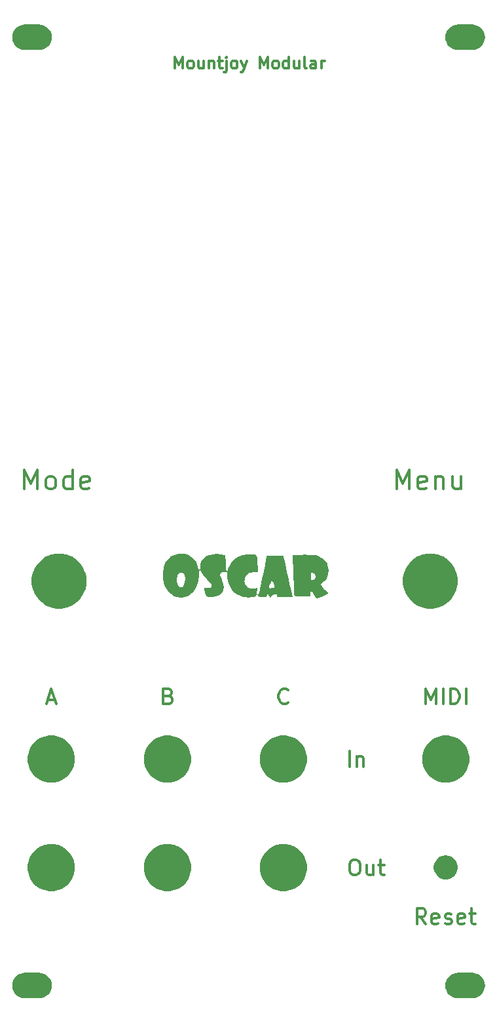
<source format=gbr>
G04 #@! TF.GenerationSoftware,KiCad,Pcbnew,(5.1.4)-1*
G04 #@! TF.CreationDate,2019-09-13T09:02:02+01:00*
G04 #@! TF.ProjectId,oscar_panel,6f736361-725f-4706-916e-656c2e6b6963,rev?*
G04 #@! TF.SameCoordinates,Original*
G04 #@! TF.FileFunction,Soldermask,Top*
G04 #@! TF.FilePolarity,Negative*
%FSLAX46Y46*%
G04 Gerber Fmt 4.6, Leading zero omitted, Abs format (unit mm)*
G04 Created by KiCad (PCBNEW (5.1.4)-1) date 2019-09-13 09:02:02*
%MOMM*%
%LPD*%
G04 APERTURE LIST*
%ADD10C,0.300000*%
%ADD11C,0.100000*%
G04 APERTURE END LIST*
D10*
X173571190Y-138004761D02*
X173571190Y-136004761D01*
X174523571Y-136671428D02*
X174523571Y-138004761D01*
X174523571Y-136861904D02*
X174618809Y-136766666D01*
X174809285Y-136671428D01*
X175095000Y-136671428D01*
X175285476Y-136766666D01*
X175380714Y-136957142D01*
X175380714Y-138004761D01*
X174052142Y-150004761D02*
X174433095Y-150004761D01*
X174623571Y-150100000D01*
X174814047Y-150290476D01*
X174909285Y-150671428D01*
X174909285Y-151338095D01*
X174814047Y-151719047D01*
X174623571Y-151909523D01*
X174433095Y-152004761D01*
X174052142Y-152004761D01*
X173861666Y-151909523D01*
X173671190Y-151719047D01*
X173575952Y-151338095D01*
X173575952Y-150671428D01*
X173671190Y-150290476D01*
X173861666Y-150100000D01*
X174052142Y-150004761D01*
X176623571Y-150671428D02*
X176623571Y-152004761D01*
X175766428Y-150671428D02*
X175766428Y-151719047D01*
X175861666Y-151909523D01*
X176052142Y-152004761D01*
X176337857Y-152004761D01*
X176528333Y-151909523D01*
X176623571Y-151814285D01*
X177290238Y-150671428D02*
X178052142Y-150671428D01*
X177575952Y-150004761D02*
X177575952Y-151719047D01*
X177671190Y-151909523D01*
X177861666Y-152004761D01*
X178052142Y-152004761D01*
X165619047Y-129714285D02*
X165523809Y-129809523D01*
X165238095Y-129904761D01*
X165047619Y-129904761D01*
X164761904Y-129809523D01*
X164571428Y-129619047D01*
X164476190Y-129428571D01*
X164380952Y-129047619D01*
X164380952Y-128761904D01*
X164476190Y-128380952D01*
X164571428Y-128190476D01*
X164761904Y-128000000D01*
X165047619Y-127904761D01*
X165238095Y-127904761D01*
X165523809Y-128000000D01*
X165619047Y-128095238D01*
X150142857Y-128857142D02*
X150428571Y-128952380D01*
X150523809Y-129047619D01*
X150619047Y-129238095D01*
X150619047Y-129523809D01*
X150523809Y-129714285D01*
X150428571Y-129809523D01*
X150238095Y-129904761D01*
X149476190Y-129904761D01*
X149476190Y-127904761D01*
X150142857Y-127904761D01*
X150333333Y-128000000D01*
X150428571Y-128095238D01*
X150523809Y-128285714D01*
X150523809Y-128476190D01*
X150428571Y-128666666D01*
X150333333Y-128761904D01*
X150142857Y-128857142D01*
X149476190Y-128857142D01*
X134523809Y-129333333D02*
X135476190Y-129333333D01*
X134333333Y-129904761D02*
X135000000Y-127904761D01*
X135666666Y-129904761D01*
X183423809Y-158304761D02*
X182757142Y-157352380D01*
X182280952Y-158304761D02*
X182280952Y-156304761D01*
X183042857Y-156304761D01*
X183233333Y-156400000D01*
X183328571Y-156495238D01*
X183423809Y-156685714D01*
X183423809Y-156971428D01*
X183328571Y-157161904D01*
X183233333Y-157257142D01*
X183042857Y-157352380D01*
X182280952Y-157352380D01*
X185042857Y-158209523D02*
X184852380Y-158304761D01*
X184471428Y-158304761D01*
X184280952Y-158209523D01*
X184185714Y-158019047D01*
X184185714Y-157257142D01*
X184280952Y-157066666D01*
X184471428Y-156971428D01*
X184852380Y-156971428D01*
X185042857Y-157066666D01*
X185138095Y-157257142D01*
X185138095Y-157447619D01*
X184185714Y-157638095D01*
X185900000Y-158209523D02*
X186090476Y-158304761D01*
X186471428Y-158304761D01*
X186661904Y-158209523D01*
X186757142Y-158019047D01*
X186757142Y-157923809D01*
X186661904Y-157733333D01*
X186471428Y-157638095D01*
X186185714Y-157638095D01*
X185995238Y-157542857D01*
X185900000Y-157352380D01*
X185900000Y-157257142D01*
X185995238Y-157066666D01*
X186185714Y-156971428D01*
X186471428Y-156971428D01*
X186661904Y-157066666D01*
X188376190Y-158209523D02*
X188185714Y-158304761D01*
X187804761Y-158304761D01*
X187614285Y-158209523D01*
X187519047Y-158019047D01*
X187519047Y-157257142D01*
X187614285Y-157066666D01*
X187804761Y-156971428D01*
X188185714Y-156971428D01*
X188376190Y-157066666D01*
X188471428Y-157257142D01*
X188471428Y-157447619D01*
X187519047Y-157638095D01*
X189042857Y-156971428D02*
X189804761Y-156971428D01*
X189328571Y-156304761D02*
X189328571Y-158019047D01*
X189423809Y-158209523D01*
X189614285Y-158304761D01*
X189804761Y-158304761D01*
X183380952Y-129904761D02*
X183380952Y-127904761D01*
X184047619Y-129333333D01*
X184714285Y-127904761D01*
X184714285Y-129904761D01*
X185666666Y-129904761D02*
X185666666Y-127904761D01*
X186619047Y-129904761D02*
X186619047Y-127904761D01*
X187095238Y-127904761D01*
X187380952Y-128000000D01*
X187571428Y-128190476D01*
X187666666Y-128380952D01*
X187761904Y-128761904D01*
X187761904Y-129047619D01*
X187666666Y-129428571D01*
X187571428Y-129619047D01*
X187380952Y-129809523D01*
X187095238Y-129904761D01*
X186619047Y-129904761D01*
X188619047Y-129904761D02*
X188619047Y-127904761D01*
X179633333Y-102130952D02*
X179633333Y-99630952D01*
X180466666Y-101416666D01*
X181300000Y-99630952D01*
X181300000Y-102130952D01*
X183442857Y-102011904D02*
X183204761Y-102130952D01*
X182728571Y-102130952D01*
X182490476Y-102011904D01*
X182371428Y-101773809D01*
X182371428Y-100821428D01*
X182490476Y-100583333D01*
X182728571Y-100464285D01*
X183204761Y-100464285D01*
X183442857Y-100583333D01*
X183561904Y-100821428D01*
X183561904Y-101059523D01*
X182371428Y-101297619D01*
X184633333Y-100464285D02*
X184633333Y-102130952D01*
X184633333Y-100702380D02*
X184752380Y-100583333D01*
X184990476Y-100464285D01*
X185347619Y-100464285D01*
X185585714Y-100583333D01*
X185704761Y-100821428D01*
X185704761Y-102130952D01*
X187966666Y-100464285D02*
X187966666Y-102130952D01*
X186895238Y-100464285D02*
X186895238Y-101773809D01*
X187014285Y-102011904D01*
X187252380Y-102130952D01*
X187609523Y-102130952D01*
X187847619Y-102011904D01*
X187966666Y-101892857D01*
X131533333Y-102130952D02*
X131533333Y-99630952D01*
X132366666Y-101416666D01*
X133200000Y-99630952D01*
X133200000Y-102130952D01*
X134747619Y-102130952D02*
X134509523Y-102011904D01*
X134390476Y-101892857D01*
X134271428Y-101654761D01*
X134271428Y-100940476D01*
X134390476Y-100702380D01*
X134509523Y-100583333D01*
X134747619Y-100464285D01*
X135104761Y-100464285D01*
X135342857Y-100583333D01*
X135461904Y-100702380D01*
X135580952Y-100940476D01*
X135580952Y-101654761D01*
X135461904Y-101892857D01*
X135342857Y-102011904D01*
X135104761Y-102130952D01*
X134747619Y-102130952D01*
X137723809Y-102130952D02*
X137723809Y-99630952D01*
X137723809Y-102011904D02*
X137485714Y-102130952D01*
X137009523Y-102130952D01*
X136771428Y-102011904D01*
X136652380Y-101892857D01*
X136533333Y-101654761D01*
X136533333Y-100940476D01*
X136652380Y-100702380D01*
X136771428Y-100583333D01*
X137009523Y-100464285D01*
X137485714Y-100464285D01*
X137723809Y-100583333D01*
X139866666Y-102011904D02*
X139628571Y-102130952D01*
X139152380Y-102130952D01*
X138914285Y-102011904D01*
X138795238Y-101773809D01*
X138795238Y-100821428D01*
X138914285Y-100583333D01*
X139152380Y-100464285D01*
X139628571Y-100464285D01*
X139866666Y-100583333D01*
X139985714Y-100821428D01*
X139985714Y-101059523D01*
X138795238Y-101297619D01*
X150973571Y-47778571D02*
X150973571Y-46278571D01*
X151473571Y-47350000D01*
X151973571Y-46278571D01*
X151973571Y-47778571D01*
X152902143Y-47778571D02*
X152759286Y-47707142D01*
X152687857Y-47635714D01*
X152616429Y-47492857D01*
X152616429Y-47064285D01*
X152687857Y-46921428D01*
X152759286Y-46850000D01*
X152902143Y-46778571D01*
X153116429Y-46778571D01*
X153259286Y-46850000D01*
X153330714Y-46921428D01*
X153402143Y-47064285D01*
X153402143Y-47492857D01*
X153330714Y-47635714D01*
X153259286Y-47707142D01*
X153116429Y-47778571D01*
X152902143Y-47778571D01*
X154687857Y-46778571D02*
X154687857Y-47778571D01*
X154045000Y-46778571D02*
X154045000Y-47564285D01*
X154116429Y-47707142D01*
X154259286Y-47778571D01*
X154473571Y-47778571D01*
X154616429Y-47707142D01*
X154687857Y-47635714D01*
X155402143Y-46778571D02*
X155402143Y-47778571D01*
X155402143Y-46921428D02*
X155473571Y-46850000D01*
X155616429Y-46778571D01*
X155830714Y-46778571D01*
X155973571Y-46850000D01*
X156045000Y-46992857D01*
X156045000Y-47778571D01*
X156545000Y-46778571D02*
X157116429Y-46778571D01*
X156759286Y-46278571D02*
X156759286Y-47564285D01*
X156830714Y-47707142D01*
X156973571Y-47778571D01*
X157116429Y-47778571D01*
X157616429Y-46778571D02*
X157616429Y-48064285D01*
X157545000Y-48207142D01*
X157402143Y-48278571D01*
X157330714Y-48278571D01*
X157616429Y-46278571D02*
X157545000Y-46350000D01*
X157616429Y-46421428D01*
X157687857Y-46350000D01*
X157616429Y-46278571D01*
X157616429Y-46421428D01*
X158545000Y-47778571D02*
X158402143Y-47707142D01*
X158330714Y-47635714D01*
X158259286Y-47492857D01*
X158259286Y-47064285D01*
X158330714Y-46921428D01*
X158402143Y-46850000D01*
X158545000Y-46778571D01*
X158759286Y-46778571D01*
X158902143Y-46850000D01*
X158973571Y-46921428D01*
X159045000Y-47064285D01*
X159045000Y-47492857D01*
X158973571Y-47635714D01*
X158902143Y-47707142D01*
X158759286Y-47778571D01*
X158545000Y-47778571D01*
X159545000Y-46778571D02*
X159902143Y-47778571D01*
X160259286Y-46778571D02*
X159902143Y-47778571D01*
X159759286Y-48135714D01*
X159687857Y-48207142D01*
X159545000Y-48278571D01*
X161973571Y-47778571D02*
X161973571Y-46278571D01*
X162473571Y-47350000D01*
X162973571Y-46278571D01*
X162973571Y-47778571D01*
X163902143Y-47778571D02*
X163759286Y-47707142D01*
X163687857Y-47635714D01*
X163616429Y-47492857D01*
X163616429Y-47064285D01*
X163687857Y-46921428D01*
X163759286Y-46850000D01*
X163902143Y-46778571D01*
X164116429Y-46778571D01*
X164259286Y-46850000D01*
X164330714Y-46921428D01*
X164402143Y-47064285D01*
X164402143Y-47492857D01*
X164330714Y-47635714D01*
X164259286Y-47707142D01*
X164116429Y-47778571D01*
X163902143Y-47778571D01*
X165687857Y-47778571D02*
X165687857Y-46278571D01*
X165687857Y-47707142D02*
X165545000Y-47778571D01*
X165259286Y-47778571D01*
X165116429Y-47707142D01*
X165045000Y-47635714D01*
X164973571Y-47492857D01*
X164973571Y-47064285D01*
X165045000Y-46921428D01*
X165116429Y-46850000D01*
X165259286Y-46778571D01*
X165545000Y-46778571D01*
X165687857Y-46850000D01*
X167045000Y-46778571D02*
X167045000Y-47778571D01*
X166402143Y-46778571D02*
X166402143Y-47564285D01*
X166473571Y-47707142D01*
X166616429Y-47778571D01*
X166830714Y-47778571D01*
X166973571Y-47707142D01*
X167045000Y-47635714D01*
X167973571Y-47778571D02*
X167830714Y-47707142D01*
X167759286Y-47564285D01*
X167759286Y-46278571D01*
X169187857Y-47778571D02*
X169187857Y-46992857D01*
X169116429Y-46850000D01*
X168973571Y-46778571D01*
X168687857Y-46778571D01*
X168545000Y-46850000D01*
X169187857Y-47707142D02*
X169045000Y-47778571D01*
X168687857Y-47778571D01*
X168545000Y-47707142D01*
X168473571Y-47564285D01*
X168473571Y-47421428D01*
X168545000Y-47278571D01*
X168687857Y-47207142D01*
X169045000Y-47207142D01*
X169187857Y-47135714D01*
X169902143Y-47778571D02*
X169902143Y-46778571D01*
X169902143Y-47064285D02*
X169973571Y-46921428D01*
X170045000Y-46850000D01*
X170187857Y-46778571D01*
X170330714Y-46778571D01*
D11*
G36*
X189723651Y-164622888D02*
G01*
X190034870Y-164717296D01*
X190321680Y-164870599D01*
X190321683Y-164870601D01*
X190321684Y-164870602D01*
X190573082Y-165076918D01*
X190779398Y-165328316D01*
X190779401Y-165328320D01*
X190932704Y-165615130D01*
X191027112Y-165926349D01*
X191058988Y-166250000D01*
X191027112Y-166573651D01*
X190932704Y-166884870D01*
X190779401Y-167171680D01*
X190779399Y-167171683D01*
X190779398Y-167171684D01*
X190573082Y-167423082D01*
X190321684Y-167629398D01*
X190321680Y-167629401D01*
X190034870Y-167782704D01*
X189723651Y-167877112D01*
X189481107Y-167901000D01*
X187518893Y-167901000D01*
X187276349Y-167877112D01*
X186965130Y-167782704D01*
X186678320Y-167629401D01*
X186678316Y-167629398D01*
X186426918Y-167423082D01*
X186220602Y-167171684D01*
X186220601Y-167171683D01*
X186220599Y-167171680D01*
X186067296Y-166884870D01*
X185972888Y-166573651D01*
X185941012Y-166250000D01*
X185972888Y-165926349D01*
X186067296Y-165615130D01*
X186220599Y-165328320D01*
X186220602Y-165328316D01*
X186426918Y-165076918D01*
X186678316Y-164870602D01*
X186678317Y-164870601D01*
X186678320Y-164870599D01*
X186965130Y-164717296D01*
X187276349Y-164622888D01*
X187518893Y-164599000D01*
X189481107Y-164599000D01*
X189723651Y-164622888D01*
X189723651Y-164622888D01*
G37*
G36*
X133723651Y-164622888D02*
G01*
X134034870Y-164717296D01*
X134321680Y-164870599D01*
X134321683Y-164870601D01*
X134321684Y-164870602D01*
X134573082Y-165076918D01*
X134779398Y-165328316D01*
X134779401Y-165328320D01*
X134932704Y-165615130D01*
X135027112Y-165926349D01*
X135058988Y-166250000D01*
X135027112Y-166573651D01*
X134932704Y-166884870D01*
X134779401Y-167171680D01*
X134779399Y-167171683D01*
X134779398Y-167171684D01*
X134573082Y-167423082D01*
X134321684Y-167629398D01*
X134321680Y-167629401D01*
X134034870Y-167782704D01*
X133723651Y-167877112D01*
X133481107Y-167901000D01*
X131518893Y-167901000D01*
X131276349Y-167877112D01*
X130965130Y-167782704D01*
X130678320Y-167629401D01*
X130678316Y-167629398D01*
X130426918Y-167423082D01*
X130220602Y-167171684D01*
X130220601Y-167171683D01*
X130220599Y-167171680D01*
X130067296Y-166884870D01*
X129972888Y-166573651D01*
X129941012Y-166250000D01*
X129972888Y-165926349D01*
X130067296Y-165615130D01*
X130220599Y-165328320D01*
X130220602Y-165328316D01*
X130426918Y-165076918D01*
X130678316Y-164870602D01*
X130678317Y-164870601D01*
X130678320Y-164870599D01*
X130965130Y-164717296D01*
X131276349Y-164622888D01*
X131518893Y-164599000D01*
X133481107Y-164599000D01*
X133723651Y-164622888D01*
X133723651Y-164622888D01*
G37*
G36*
X165889943Y-148066248D02*
G01*
X166445189Y-148296238D01*
X166445190Y-148296239D01*
X166944899Y-148630134D01*
X167369866Y-149055101D01*
X167369867Y-149055103D01*
X167703762Y-149554811D01*
X167933752Y-150110057D01*
X168051000Y-150699501D01*
X168051000Y-151300499D01*
X167933752Y-151889943D01*
X167703762Y-152445189D01*
X167703761Y-152445190D01*
X167369866Y-152944899D01*
X166944899Y-153369866D01*
X166693347Y-153537948D01*
X166445189Y-153703762D01*
X165889943Y-153933752D01*
X165300499Y-154051000D01*
X164699501Y-154051000D01*
X164110057Y-153933752D01*
X163554811Y-153703762D01*
X163306653Y-153537948D01*
X163055101Y-153369866D01*
X162630134Y-152944899D01*
X162296239Y-152445190D01*
X162296238Y-152445189D01*
X162066248Y-151889943D01*
X161949000Y-151300499D01*
X161949000Y-150699501D01*
X162066248Y-150110057D01*
X162296238Y-149554811D01*
X162630133Y-149055103D01*
X162630134Y-149055101D01*
X163055101Y-148630134D01*
X163554810Y-148296239D01*
X163554811Y-148296238D01*
X164110057Y-148066248D01*
X164699501Y-147949000D01*
X165300499Y-147949000D01*
X165889943Y-148066248D01*
X165889943Y-148066248D01*
G37*
G36*
X150889943Y-148066248D02*
G01*
X151445189Y-148296238D01*
X151445190Y-148296239D01*
X151944899Y-148630134D01*
X152369866Y-149055101D01*
X152369867Y-149055103D01*
X152703762Y-149554811D01*
X152933752Y-150110057D01*
X153051000Y-150699501D01*
X153051000Y-151300499D01*
X152933752Y-151889943D01*
X152703762Y-152445189D01*
X152703761Y-152445190D01*
X152369866Y-152944899D01*
X151944899Y-153369866D01*
X151693347Y-153537948D01*
X151445189Y-153703762D01*
X150889943Y-153933752D01*
X150300499Y-154051000D01*
X149699501Y-154051000D01*
X149110057Y-153933752D01*
X148554811Y-153703762D01*
X148306653Y-153537948D01*
X148055101Y-153369866D01*
X147630134Y-152944899D01*
X147296239Y-152445190D01*
X147296238Y-152445189D01*
X147066248Y-151889943D01*
X146949000Y-151300499D01*
X146949000Y-150699501D01*
X147066248Y-150110057D01*
X147296238Y-149554811D01*
X147630133Y-149055103D01*
X147630134Y-149055101D01*
X148055101Y-148630134D01*
X148554810Y-148296239D01*
X148554811Y-148296238D01*
X149110057Y-148066248D01*
X149699501Y-147949000D01*
X150300499Y-147949000D01*
X150889943Y-148066248D01*
X150889943Y-148066248D01*
G37*
G36*
X135889943Y-148066248D02*
G01*
X136445189Y-148296238D01*
X136445190Y-148296239D01*
X136944899Y-148630134D01*
X137369866Y-149055101D01*
X137369867Y-149055103D01*
X137703762Y-149554811D01*
X137933752Y-150110057D01*
X138051000Y-150699501D01*
X138051000Y-151300499D01*
X137933752Y-151889943D01*
X137703762Y-152445189D01*
X137703761Y-152445190D01*
X137369866Y-152944899D01*
X136944899Y-153369866D01*
X136693347Y-153537948D01*
X136445189Y-153703762D01*
X135889943Y-153933752D01*
X135300499Y-154051000D01*
X134699501Y-154051000D01*
X134110057Y-153933752D01*
X133554811Y-153703762D01*
X133306653Y-153537948D01*
X133055101Y-153369866D01*
X132630134Y-152944899D01*
X132296239Y-152445190D01*
X132296238Y-152445189D01*
X132066248Y-151889943D01*
X131949000Y-151300499D01*
X131949000Y-150699501D01*
X132066248Y-150110057D01*
X132296238Y-149554811D01*
X132630133Y-149055103D01*
X132630134Y-149055101D01*
X133055101Y-148630134D01*
X133554810Y-148296239D01*
X133554811Y-148296238D01*
X134110057Y-148066248D01*
X134699501Y-147949000D01*
X135300499Y-147949000D01*
X135889943Y-148066248D01*
X135889943Y-148066248D01*
G37*
G36*
X186302585Y-149478802D02*
G01*
X186452410Y-149508604D01*
X186734674Y-149625521D01*
X186988705Y-149795259D01*
X187204741Y-150011295D01*
X187374479Y-150265326D01*
X187491396Y-150547590D01*
X187551000Y-150847240D01*
X187551000Y-151152760D01*
X187491396Y-151452410D01*
X187374479Y-151734674D01*
X187204741Y-151988705D01*
X186988705Y-152204741D01*
X186734674Y-152374479D01*
X186452410Y-152491396D01*
X186302585Y-152521198D01*
X186152761Y-152551000D01*
X185847239Y-152551000D01*
X185697415Y-152521198D01*
X185547590Y-152491396D01*
X185265326Y-152374479D01*
X185011295Y-152204741D01*
X184795259Y-151988705D01*
X184625521Y-151734674D01*
X184508604Y-151452410D01*
X184449000Y-151152760D01*
X184449000Y-150847240D01*
X184508604Y-150547590D01*
X184625521Y-150265326D01*
X184795259Y-150011295D01*
X185011295Y-149795259D01*
X185265326Y-149625521D01*
X185547590Y-149508604D01*
X185697415Y-149478802D01*
X185847239Y-149449000D01*
X186152761Y-149449000D01*
X186302585Y-149478802D01*
X186302585Y-149478802D01*
G37*
G36*
X135889943Y-134066248D02*
G01*
X136445189Y-134296238D01*
X136445190Y-134296239D01*
X136944899Y-134630134D01*
X137369866Y-135055101D01*
X137369867Y-135055103D01*
X137703762Y-135554811D01*
X137933752Y-136110057D01*
X138051000Y-136699501D01*
X138051000Y-137300499D01*
X137933752Y-137889943D01*
X137703762Y-138445189D01*
X137703761Y-138445190D01*
X137369866Y-138944899D01*
X136944899Y-139369866D01*
X136693347Y-139537948D01*
X136445189Y-139703762D01*
X135889943Y-139933752D01*
X135300499Y-140051000D01*
X134699501Y-140051000D01*
X134110057Y-139933752D01*
X133554811Y-139703762D01*
X133306653Y-139537948D01*
X133055101Y-139369866D01*
X132630134Y-138944899D01*
X132296239Y-138445190D01*
X132296238Y-138445189D01*
X132066248Y-137889943D01*
X131949000Y-137300499D01*
X131949000Y-136699501D01*
X132066248Y-136110057D01*
X132296238Y-135554811D01*
X132630133Y-135055103D01*
X132630134Y-135055101D01*
X133055101Y-134630134D01*
X133554810Y-134296239D01*
X133554811Y-134296238D01*
X134110057Y-134066248D01*
X134699501Y-133949000D01*
X135300499Y-133949000D01*
X135889943Y-134066248D01*
X135889943Y-134066248D01*
G37*
G36*
X150889943Y-134066248D02*
G01*
X151445189Y-134296238D01*
X151445190Y-134296239D01*
X151944899Y-134630134D01*
X152369866Y-135055101D01*
X152369867Y-135055103D01*
X152703762Y-135554811D01*
X152933752Y-136110057D01*
X153051000Y-136699501D01*
X153051000Y-137300499D01*
X152933752Y-137889943D01*
X152703762Y-138445189D01*
X152703761Y-138445190D01*
X152369866Y-138944899D01*
X151944899Y-139369866D01*
X151693347Y-139537948D01*
X151445189Y-139703762D01*
X150889943Y-139933752D01*
X150300499Y-140051000D01*
X149699501Y-140051000D01*
X149110057Y-139933752D01*
X148554811Y-139703762D01*
X148306653Y-139537948D01*
X148055101Y-139369866D01*
X147630134Y-138944899D01*
X147296239Y-138445190D01*
X147296238Y-138445189D01*
X147066248Y-137889943D01*
X146949000Y-137300499D01*
X146949000Y-136699501D01*
X147066248Y-136110057D01*
X147296238Y-135554811D01*
X147630133Y-135055103D01*
X147630134Y-135055101D01*
X148055101Y-134630134D01*
X148554810Y-134296239D01*
X148554811Y-134296238D01*
X149110057Y-134066248D01*
X149699501Y-133949000D01*
X150300499Y-133949000D01*
X150889943Y-134066248D01*
X150889943Y-134066248D01*
G37*
G36*
X165889943Y-134066248D02*
G01*
X166445189Y-134296238D01*
X166445190Y-134296239D01*
X166944899Y-134630134D01*
X167369866Y-135055101D01*
X167369867Y-135055103D01*
X167703762Y-135554811D01*
X167933752Y-136110057D01*
X168051000Y-136699501D01*
X168051000Y-137300499D01*
X167933752Y-137889943D01*
X167703762Y-138445189D01*
X167703761Y-138445190D01*
X167369866Y-138944899D01*
X166944899Y-139369866D01*
X166693347Y-139537948D01*
X166445189Y-139703762D01*
X165889943Y-139933752D01*
X165300499Y-140051000D01*
X164699501Y-140051000D01*
X164110057Y-139933752D01*
X163554811Y-139703762D01*
X163306653Y-139537948D01*
X163055101Y-139369866D01*
X162630134Y-138944899D01*
X162296239Y-138445190D01*
X162296238Y-138445189D01*
X162066248Y-137889943D01*
X161949000Y-137300499D01*
X161949000Y-136699501D01*
X162066248Y-136110057D01*
X162296238Y-135554811D01*
X162630133Y-135055103D01*
X162630134Y-135055101D01*
X163055101Y-134630134D01*
X163554810Y-134296239D01*
X163554811Y-134296238D01*
X164110057Y-134066248D01*
X164699501Y-133949000D01*
X165300499Y-133949000D01*
X165889943Y-134066248D01*
X165889943Y-134066248D01*
G37*
G36*
X186889943Y-134066248D02*
G01*
X187445189Y-134296238D01*
X187445190Y-134296239D01*
X187944899Y-134630134D01*
X188369866Y-135055101D01*
X188369867Y-135055103D01*
X188703762Y-135554811D01*
X188933752Y-136110057D01*
X189051000Y-136699501D01*
X189051000Y-137300499D01*
X188933752Y-137889943D01*
X188703762Y-138445189D01*
X188703761Y-138445190D01*
X188369866Y-138944899D01*
X187944899Y-139369866D01*
X187693347Y-139537948D01*
X187445189Y-139703762D01*
X186889943Y-139933752D01*
X186300499Y-140051000D01*
X185699501Y-140051000D01*
X185110057Y-139933752D01*
X184554811Y-139703762D01*
X184306653Y-139537948D01*
X184055101Y-139369866D01*
X183630134Y-138944899D01*
X183296239Y-138445190D01*
X183296238Y-138445189D01*
X183066248Y-137889943D01*
X182949000Y-137300499D01*
X182949000Y-136699501D01*
X183066248Y-136110057D01*
X183296238Y-135554811D01*
X183630133Y-135055103D01*
X183630134Y-135055101D01*
X184055101Y-134630134D01*
X184554810Y-134296239D01*
X184554811Y-134296238D01*
X185110057Y-134066248D01*
X185699501Y-133949000D01*
X186300499Y-133949000D01*
X186889943Y-134066248D01*
X186889943Y-134066248D01*
G37*
G36*
X185035787Y-110585462D02*
G01*
X185182267Y-110646136D01*
X185682029Y-110853144D01*
X186263631Y-111241758D01*
X186758242Y-111736369D01*
X187146856Y-112317971D01*
X187316475Y-112727469D01*
X187414538Y-112964213D01*
X187551000Y-113650256D01*
X187551000Y-114349744D01*
X187414538Y-115035787D01*
X187358190Y-115171822D01*
X187146856Y-115682029D01*
X186758242Y-116263631D01*
X186263631Y-116758242D01*
X185682029Y-117146856D01*
X185225068Y-117336135D01*
X185035787Y-117414538D01*
X184349744Y-117551000D01*
X183650256Y-117551000D01*
X182964213Y-117414538D01*
X182774932Y-117336135D01*
X182317971Y-117146856D01*
X181736369Y-116758242D01*
X181241758Y-116263631D01*
X180853144Y-115682029D01*
X180641810Y-115171822D01*
X180585462Y-115035787D01*
X180449000Y-114349744D01*
X180449000Y-113650256D01*
X180585462Y-112964213D01*
X180683525Y-112727469D01*
X180853144Y-112317971D01*
X181241758Y-111736369D01*
X181736369Y-111241758D01*
X182317971Y-110853144D01*
X182817733Y-110646136D01*
X182964213Y-110585462D01*
X183650256Y-110449000D01*
X184349744Y-110449000D01*
X185035787Y-110585462D01*
X185035787Y-110585462D01*
G37*
G36*
X137035787Y-110585462D02*
G01*
X137182267Y-110646136D01*
X137682029Y-110853144D01*
X138263631Y-111241758D01*
X138758242Y-111736369D01*
X139146856Y-112317971D01*
X139316475Y-112727469D01*
X139414538Y-112964213D01*
X139551000Y-113650256D01*
X139551000Y-114349744D01*
X139414538Y-115035787D01*
X139358190Y-115171822D01*
X139146856Y-115682029D01*
X138758242Y-116263631D01*
X138263631Y-116758242D01*
X137682029Y-117146856D01*
X137225068Y-117336135D01*
X137035787Y-117414538D01*
X136349744Y-117551000D01*
X135650256Y-117551000D01*
X134964213Y-117414538D01*
X134774932Y-117336135D01*
X134317971Y-117146856D01*
X133736369Y-116758242D01*
X133241758Y-116263631D01*
X132853144Y-115682029D01*
X132641810Y-115171822D01*
X132585462Y-115035787D01*
X132449000Y-114349744D01*
X132449000Y-113650256D01*
X132585462Y-112964213D01*
X132683525Y-112727469D01*
X132853144Y-112317971D01*
X133241758Y-111736369D01*
X133736369Y-111241758D01*
X134317971Y-110853144D01*
X134817733Y-110646136D01*
X134964213Y-110585462D01*
X135650256Y-110449000D01*
X136349744Y-110449000D01*
X137035787Y-110585462D01*
X137035787Y-110585462D01*
G37*
G36*
X167727968Y-110604724D02*
G01*
X167728476Y-110604725D01*
X167728476Y-110604724D01*
X168218883Y-110606159D01*
X168220632Y-110606177D01*
X168220654Y-110606175D01*
X168591416Y-110611504D01*
X168591858Y-110611512D01*
X168593903Y-110611578D01*
X168870391Y-110623184D01*
X168872789Y-110623318D01*
X168875241Y-110623522D01*
X169082853Y-110643709D01*
X169086775Y-110644180D01*
X169090633Y-110644818D01*
X169255232Y-110675831D01*
X169259891Y-110676839D01*
X169264124Y-110677989D01*
X169412513Y-110722377D01*
X169415438Y-110723309D01*
X169418544Y-110724424D01*
X169560862Y-110778508D01*
X169565618Y-110780476D01*
X169570270Y-110782730D01*
X170055952Y-111035835D01*
X170065280Y-111041456D01*
X170073861Y-111048204D01*
X170432796Y-111368450D01*
X170437856Y-111373430D01*
X170445926Y-111383636D01*
X170446710Y-111384863D01*
X170684978Y-111779321D01*
X170690824Y-111790830D01*
X170694904Y-111803005D01*
X170815734Y-112275920D01*
X170817438Y-112284258D01*
X170818339Y-112292907D01*
X170836267Y-112621638D01*
X170836351Y-112629272D01*
X170835779Y-112636833D01*
X170771991Y-113171729D01*
X170769874Y-113183079D01*
X170766272Y-113194094D01*
X170584012Y-113647758D01*
X170578314Y-113659387D01*
X170571061Y-113669936D01*
X170268709Y-114047411D01*
X170260998Y-114055848D01*
X170252200Y-114063256D01*
X169887079Y-114331973D01*
X169868862Y-114348362D01*
X169854193Y-114367990D01*
X169843635Y-114390103D01*
X169837593Y-114413850D01*
X169836301Y-114438320D01*
X169839807Y-114462572D01*
X169852761Y-114494871D01*
X169869896Y-114524724D01*
X169873533Y-114530670D01*
X169886103Y-114549989D01*
X169891045Y-114557042D01*
X170003259Y-114705963D01*
X170007710Y-114711532D01*
X170185099Y-114920948D01*
X170188095Y-114924356D01*
X170392795Y-115148950D01*
X170394539Y-115150825D01*
X170404404Y-115161213D01*
X170404504Y-115161319D01*
X170786089Y-115562201D01*
X170789754Y-115566449D01*
X170791572Y-115569321D01*
X170791618Y-115569380D01*
X170797026Y-115577924D01*
X170797060Y-115577991D01*
X170797309Y-115578385D01*
X170801249Y-115588620D01*
X170803126Y-115599456D01*
X170802854Y-115610504D01*
X170800456Y-115621199D01*
X170800251Y-115621662D01*
X170800246Y-115621677D01*
X170796171Y-115630879D01*
X170796162Y-115630894D01*
X170795976Y-115631315D01*
X170795712Y-115631690D01*
X170795688Y-115631732D01*
X170789874Y-115639983D01*
X170789842Y-115640020D01*
X170789551Y-115640433D01*
X170781272Y-115648312D01*
X170770815Y-115655076D01*
X170767182Y-115656811D01*
X170103381Y-115942174D01*
X170103374Y-115942177D01*
X169816631Y-116065468D01*
X169816615Y-116065475D01*
X169580894Y-116166867D01*
X169580865Y-116166883D01*
X169580864Y-116166881D01*
X169427235Y-116233009D01*
X169427239Y-116233019D01*
X169427136Y-116233051D01*
X169389282Y-116249384D01*
X169383895Y-116251400D01*
X169380557Y-116252114D01*
X169380556Y-116252114D01*
X169370730Y-116254215D01*
X169370728Y-116254215D01*
X169370210Y-116254326D01*
X169359346Y-116254488D01*
X169358856Y-116254398D01*
X169358794Y-116254393D01*
X169348860Y-116252570D01*
X169348808Y-116252555D01*
X169348219Y-116252447D01*
X169335617Y-116247469D01*
X169330924Y-116244786D01*
X169271402Y-116206918D01*
X169261204Y-116199342D01*
X169252211Y-116190383D01*
X169142081Y-116063528D01*
X169139578Y-116060514D01*
X169137392Y-116057641D01*
X169053447Y-115942361D01*
X169051898Y-115940163D01*
X169050461Y-115937989D01*
X168892412Y-115690840D01*
X168891459Y-115689317D01*
X168890676Y-115688009D01*
X168730186Y-115414260D01*
X168715780Y-115394437D01*
X168697784Y-115377806D01*
X168676890Y-115365005D01*
X168653899Y-115356526D01*
X168629696Y-115352696D01*
X168605211Y-115353661D01*
X168581385Y-115359384D01*
X168559133Y-115369645D01*
X168539310Y-115384051D01*
X168522679Y-115402047D01*
X168509878Y-115422941D01*
X168501399Y-115445932D01*
X168497442Y-115472772D01*
X168480536Y-115921382D01*
X168480052Y-115926966D01*
X168479261Y-115930286D01*
X168479253Y-115930348D01*
X168476915Y-115940167D01*
X168476894Y-115940229D01*
X168476786Y-115940681D01*
X168472206Y-115950657D01*
X168465742Y-115959585D01*
X168465383Y-115959918D01*
X168465375Y-115959927D01*
X168457999Y-115966767D01*
X168457992Y-115966772D01*
X168457630Y-115967108D01*
X168448247Y-115972877D01*
X168437368Y-115976910D01*
X168425208Y-115978975D01*
X168421119Y-115979138D01*
X167447115Y-115979138D01*
X167446480Y-115979137D01*
X167052852Y-115977651D01*
X167052383Y-115977648D01*
X167050816Y-115977622D01*
X166780831Y-115971172D01*
X166777822Y-115971052D01*
X166775461Y-115970885D01*
X166607660Y-115956676D01*
X166599740Y-115955642D01*
X166591933Y-115953892D01*
X166503709Y-115929849D01*
X166498291Y-115928084D01*
X166495227Y-115926557D01*
X166495224Y-115926556D01*
X166490266Y-115924085D01*
X166484994Y-115921458D01*
X166475804Y-115914556D01*
X166473563Y-115912418D01*
X166438368Y-115876452D01*
X166434552Y-115872148D01*
X166424546Y-115856813D01*
X166418809Y-115845537D01*
X166418577Y-115829212D01*
X166414333Y-115800825D01*
X166413711Y-115795615D01*
X166413406Y-115790597D01*
X166410255Y-115691295D01*
X166410218Y-115690254D01*
X166401091Y-115462495D01*
X166401079Y-115462203D01*
X166386738Y-115124073D01*
X166386734Y-115124073D01*
X166386731Y-115123916D01*
X166368014Y-114694721D01*
X166368010Y-114694619D01*
X166345679Y-114191957D01*
X166345675Y-114191876D01*
X166320512Y-113633692D01*
X166320505Y-113633692D01*
X166320510Y-113633627D01*
X166301117Y-113208316D01*
X166300912Y-113208325D01*
X166300897Y-113208205D01*
X166301112Y-113208196D01*
X166294505Y-113056137D01*
X168559138Y-113056137D01*
X168559138Y-113417722D01*
X168559143Y-113418864D01*
X168561602Y-113688062D01*
X168562059Y-113697660D01*
X168569266Y-113781228D01*
X168573755Y-113805318D01*
X168582856Y-113828069D01*
X168596221Y-113848607D01*
X168613337Y-113866143D01*
X168633544Y-113880003D01*
X168656067Y-113889655D01*
X168680041Y-113894727D01*
X168704543Y-113895025D01*
X168724034Y-113891776D01*
X168813257Y-113869537D01*
X168845165Y-113856708D01*
X168983521Y-113777440D01*
X169003487Y-113763234D01*
X169014006Y-113752919D01*
X169102975Y-113654743D01*
X169117571Y-113635060D01*
X169128046Y-113612908D01*
X169131665Y-113600934D01*
X169165908Y-113463056D01*
X169169542Y-113436499D01*
X169170543Y-113401487D01*
X169167793Y-113371601D01*
X169126047Y-113177736D01*
X169118565Y-113154402D01*
X169106675Y-113132976D01*
X169093893Y-113117351D01*
X169000040Y-113019877D01*
X168981396Y-113003976D01*
X168960008Y-112992018D01*
X168941321Y-112985566D01*
X168747666Y-112935436D01*
X168719017Y-112931476D01*
X168704588Y-112931167D01*
X168701912Y-112931138D01*
X168684137Y-112931138D01*
X168659751Y-112933540D01*
X168636302Y-112940653D01*
X168614691Y-112952204D01*
X168595749Y-112967749D01*
X168580204Y-112986691D01*
X168568653Y-113008302D01*
X168561540Y-113031751D01*
X168559138Y-113056137D01*
X166294505Y-113056137D01*
X166294269Y-113050711D01*
X166286917Y-112881538D01*
X166286917Y-112881526D01*
X166286709Y-112876749D01*
X166275802Y-112625798D01*
X166275798Y-112625711D01*
X166275797Y-112625681D01*
X166275783Y-112625331D01*
X166255137Y-112089849D01*
X166255131Y-112089676D01*
X166255119Y-112089320D01*
X166239597Y-111618018D01*
X166239568Y-111617039D01*
X166229610Y-111226668D01*
X166229615Y-111226606D01*
X166229579Y-111225073D01*
X166225646Y-110933316D01*
X166225640Y-110931221D01*
X166225643Y-110930859D01*
X166228143Y-110755196D01*
X166228361Y-110750160D01*
X166228924Y-110744709D01*
X166234631Y-110702187D01*
X166235669Y-110696564D01*
X166236773Y-110693338D01*
X166236776Y-110693326D01*
X166240032Y-110683817D01*
X166240033Y-110683816D01*
X166240192Y-110683350D01*
X166242574Y-110679250D01*
X166245488Y-110674233D01*
X166245494Y-110674225D01*
X166245739Y-110673803D01*
X166253031Y-110665533D01*
X166260666Y-110659704D01*
X166260676Y-110659700D01*
X166261389Y-110659155D01*
X166262223Y-110658639D01*
X166273454Y-110653446D01*
X166274815Y-110653007D01*
X166275532Y-110652831D01*
X166276865Y-110652215D01*
X166286271Y-110649910D01*
X166363803Y-110636716D01*
X166368520Y-110636044D01*
X166373298Y-110635626D01*
X166576647Y-110623402D01*
X166578407Y-110623312D01*
X166579019Y-110623289D01*
X166883048Y-110613544D01*
X166883341Y-110613535D01*
X166884442Y-110613511D01*
X167263691Y-110607099D01*
X167264971Y-110607085D01*
X167697045Y-110604721D01*
X167697426Y-110604720D01*
X167727968Y-110604724D01*
X167727968Y-110604724D01*
G37*
G36*
X151781232Y-110468450D02*
G01*
X152279746Y-110508709D01*
X152289133Y-110509978D01*
X152298245Y-110512222D01*
X152707219Y-110636467D01*
X152717993Y-110640528D01*
X152728112Y-110645942D01*
X153090228Y-110871253D01*
X153097270Y-110876127D01*
X153103968Y-110881818D01*
X153392838Y-111153083D01*
X153398802Y-111159254D01*
X153403996Y-111165781D01*
X153719158Y-111603099D01*
X153724498Y-111611466D01*
X153728884Y-111620435D01*
X153945491Y-112135434D01*
X153948380Y-112143341D01*
X153950495Y-112151460D01*
X154008709Y-112428503D01*
X154016075Y-112451874D01*
X154027858Y-112473359D01*
X154043606Y-112492133D01*
X154062714Y-112507473D01*
X154084448Y-112518791D01*
X154107972Y-112525652D01*
X154132383Y-112527791D01*
X154156741Y-112525127D01*
X154180112Y-112517761D01*
X154201597Y-112505978D01*
X154220371Y-112490230D01*
X154235711Y-112471122D01*
X154247029Y-112449388D01*
X154253890Y-112425864D01*
X154255429Y-112390500D01*
X154243405Y-112268890D01*
X154242988Y-112261599D01*
X154243173Y-112254335D01*
X154274037Y-111792381D01*
X154274838Y-111785498D01*
X154278074Y-111772447D01*
X154278859Y-111770302D01*
X154441271Y-111364069D01*
X154444154Y-111357776D01*
X154451376Y-111346225D01*
X154453082Y-111344074D01*
X154744844Y-110999263D01*
X154750049Y-110993629D01*
X154755723Y-110988471D01*
X154820448Y-110934586D01*
X154826349Y-110930080D01*
X154832588Y-110926097D01*
X155110250Y-110764837D01*
X155117232Y-110761188D01*
X155124450Y-110758199D01*
X155493816Y-110624110D01*
X155499224Y-110622342D01*
X155504712Y-110620931D01*
X155913026Y-110529825D01*
X155918925Y-110528717D01*
X155924787Y-110528022D01*
X156308757Y-110495527D01*
X156314583Y-110495229D01*
X156320617Y-110495327D01*
X156517071Y-110505238D01*
X156519263Y-110505376D01*
X156521664Y-110505592D01*
X156771736Y-110531433D01*
X156773564Y-110531639D01*
X156774704Y-110531787D01*
X157034324Y-110567289D01*
X157035585Y-110567470D01*
X157037390Y-110567764D01*
X157262504Y-110606501D01*
X157265444Y-110607057D01*
X157268220Y-110607678D01*
X157413737Y-110642755D01*
X157422979Y-110645527D01*
X157431879Y-110649303D01*
X157460620Y-110663406D01*
X157465648Y-110666188D01*
X157476718Y-110674650D01*
X157478549Y-110676730D01*
X157482245Y-110680928D01*
X157484005Y-110682928D01*
X157484246Y-110683344D01*
X157484257Y-110683359D01*
X157489301Y-110692059D01*
X157489308Y-110692073D01*
X157489403Y-110692238D01*
X157489461Y-110692410D01*
X157489707Y-110692951D01*
X157493065Y-110702949D01*
X157493194Y-110703525D01*
X157494104Y-110706233D01*
X157495207Y-110712785D01*
X157503205Y-110783521D01*
X157503372Y-110785126D01*
X157503554Y-110787351D01*
X157517000Y-110979599D01*
X157517099Y-110981158D01*
X157517100Y-110981166D01*
X157534052Y-111266517D01*
X157534059Y-111266517D01*
X157534053Y-111266600D01*
X157534092Y-111267251D01*
X157552880Y-111618869D01*
X157552884Y-111618869D01*
X157552881Y-111618908D01*
X157552901Y-111619271D01*
X157560180Y-111764730D01*
X157560440Y-111764717D01*
X157560446Y-111764768D01*
X157560183Y-111764781D01*
X157598284Y-112540340D01*
X157601879Y-112564579D01*
X157610134Y-112587651D01*
X157622732Y-112608669D01*
X157639188Y-112626825D01*
X157658870Y-112641422D01*
X157681021Y-112651899D01*
X157704791Y-112657853D01*
X157729265Y-112659055D01*
X157753504Y-112655460D01*
X157776576Y-112647205D01*
X157797594Y-112634607D01*
X157815750Y-112618151D01*
X157830347Y-112598469D01*
X157843657Y-112567349D01*
X157944709Y-112199856D01*
X157947800Y-112190635D01*
X157951817Y-112181946D01*
X158224510Y-111667712D01*
X158230122Y-111658535D01*
X158236918Y-111649993D01*
X158610647Y-111235662D01*
X158618574Y-111227914D01*
X158627362Y-111221260D01*
X159099847Y-110908140D01*
X159108626Y-110903028D01*
X159118009Y-110898936D01*
X159687173Y-110689185D01*
X159695562Y-110686559D01*
X159704018Y-110684807D01*
X160368263Y-110581021D01*
X160373634Y-110580350D01*
X160378936Y-110580014D01*
X160720011Y-110568764D01*
X160721694Y-110568725D01*
X160724214Y-110568726D01*
X161070352Y-110573438D01*
X161074578Y-110573595D01*
X161078223Y-110573893D01*
X161304005Y-110597275D01*
X161311008Y-110598350D01*
X161323516Y-110601907D01*
X161325315Y-110602626D01*
X161459560Y-110660611D01*
X161464724Y-110663149D01*
X161476265Y-110671116D01*
X161485814Y-110680928D01*
X161489030Y-110685362D01*
X161559637Y-110793187D01*
X161562603Y-110798243D01*
X161568809Y-110813544D01*
X161570109Y-110818816D01*
X161605246Y-110997254D01*
X161605967Y-111001450D01*
X161606494Y-111005773D01*
X161620684Y-111152119D01*
X161620789Y-111153283D01*
X161620824Y-111153712D01*
X161644353Y-111455686D01*
X161644353Y-111455693D01*
X161644456Y-111457093D01*
X161669411Y-111825321D01*
X161669461Y-111826195D01*
X161669497Y-111826427D01*
X161669483Y-111826428D01*
X161690613Y-112183422D01*
X161690664Y-112183419D01*
X161690642Y-112183744D01*
X161690632Y-112183745D01*
X161690636Y-112183827D01*
X161690634Y-112183863D01*
X161690663Y-112184327D01*
X161691095Y-112192406D01*
X161691096Y-112192416D01*
X161722419Y-112780505D01*
X161722442Y-112786235D01*
X161720457Y-112800026D01*
X161716798Y-112810399D01*
X161716551Y-112810816D01*
X161716537Y-112810845D01*
X161711394Y-112819510D01*
X161711376Y-112819535D01*
X161711127Y-112819954D01*
X161703783Y-112828125D01*
X161694964Y-112834726D01*
X161694524Y-112834936D01*
X161694510Y-112834945D01*
X161685438Y-112839284D01*
X161685425Y-112839289D01*
X161685021Y-112839482D01*
X161684589Y-112839592D01*
X161684517Y-112839618D01*
X161674719Y-112842110D01*
X161674650Y-112842120D01*
X161671409Y-112842945D01*
X161665565Y-112843533D01*
X161139100Y-112870118D01*
X161134103Y-112870471D01*
X160813635Y-112899562D01*
X160794972Y-112902695D01*
X160597169Y-112951535D01*
X160567162Y-112963216D01*
X160447972Y-113028391D01*
X160427728Y-113042198D01*
X160417736Y-113051534D01*
X160199619Y-113278921D01*
X160184471Y-113298182D01*
X160177263Y-113311097D01*
X160043961Y-113587156D01*
X160033201Y-113621111D01*
X159983364Y-113922405D01*
X159982484Y-113956891D01*
X160016032Y-114252669D01*
X160021167Y-114276629D01*
X160025571Y-114288350D01*
X160138171Y-114547779D01*
X160150083Y-114569192D01*
X160161449Y-114583295D01*
X160353514Y-114789103D01*
X160380823Y-114811145D01*
X160485867Y-114873860D01*
X160515570Y-114886714D01*
X160819739Y-114973712D01*
X160854102Y-114978531D01*
X161180782Y-114978560D01*
X161211163Y-114974814D01*
X161398455Y-114927903D01*
X161411403Y-114923903D01*
X161501568Y-114890592D01*
X161507518Y-114888721D01*
X161522754Y-114886172D01*
X161527099Y-114886022D01*
X161578083Y-114886349D01*
X161583743Y-114886663D01*
X161587071Y-114887347D01*
X161587125Y-114887353D01*
X161597007Y-114889385D01*
X161597059Y-114889401D01*
X161597525Y-114889497D01*
X161607629Y-114893762D01*
X161616748Y-114899940D01*
X161617091Y-114900287D01*
X161617105Y-114900299D01*
X161624172Y-114907458D01*
X161624182Y-114907470D01*
X161624540Y-114907833D01*
X161631060Y-114917724D01*
X161635558Y-114928303D01*
X161636327Y-114930916D01*
X161651705Y-114990257D01*
X161652938Y-114996195D01*
X161653947Y-115011976D01*
X161653616Y-115016618D01*
X161636393Y-115166951D01*
X161636057Y-115169540D01*
X161635697Y-115171822D01*
X161589619Y-115440236D01*
X161589678Y-115440246D01*
X161589641Y-115440395D01*
X161589594Y-115440387D01*
X161584320Y-115470616D01*
X161584011Y-115472315D01*
X161563100Y-115581211D01*
X161560860Y-115605612D01*
X161563423Y-115629982D01*
X161570692Y-115653383D01*
X161582386Y-115674917D01*
X161598057Y-115693755D01*
X161617101Y-115709174D01*
X161638788Y-115720582D01*
X161662284Y-115727539D01*
X161686685Y-115729779D01*
X161711055Y-115727216D01*
X161734456Y-115719947D01*
X161755990Y-115708253D01*
X161774828Y-115692582D01*
X161790247Y-115673538D01*
X161801655Y-115651851D01*
X161806848Y-115636179D01*
X161849839Y-115470504D01*
X161850264Y-115468817D01*
X161937634Y-115111749D01*
X161937860Y-115110810D01*
X161970111Y-114974449D01*
X161970132Y-114974359D01*
X161970367Y-114973363D01*
X161970376Y-114973325D01*
X162000508Y-114845927D01*
X162009211Y-114809128D01*
X163172125Y-114809128D01*
X163172956Y-114833618D01*
X163178549Y-114857476D01*
X163188688Y-114879784D01*
X163202985Y-114899685D01*
X163220890Y-114916414D01*
X163241714Y-114929329D01*
X163264658Y-114937933D01*
X163288839Y-114941896D01*
X163320182Y-114939960D01*
X163412065Y-114922515D01*
X163412813Y-114922376D01*
X163413450Y-114922264D01*
X163647435Y-114881915D01*
X163647656Y-114881878D01*
X163647764Y-114881860D01*
X163648476Y-114881741D01*
X163671812Y-114877943D01*
X163677779Y-114876823D01*
X163765271Y-114858182D01*
X163788621Y-114850751D01*
X163810073Y-114838908D01*
X163828802Y-114823107D01*
X163844089Y-114803956D01*
X163855346Y-114782190D01*
X163862140Y-114758647D01*
X163864210Y-114734231D01*
X163861478Y-114709879D01*
X163858022Y-114697050D01*
X163807627Y-114543056D01*
X163804958Y-114535689D01*
X163712203Y-114302756D01*
X163710418Y-114298502D01*
X163633141Y-114123521D01*
X163632267Y-114121587D01*
X163629702Y-114116036D01*
X163617292Y-114094906D01*
X163600999Y-114076603D01*
X163581449Y-114061831D01*
X163559392Y-114051157D01*
X163535676Y-114044991D01*
X163511213Y-114043570D01*
X163486943Y-114046949D01*
X163463799Y-114054997D01*
X163442669Y-114067407D01*
X163424366Y-114083700D01*
X163409594Y-114103250D01*
X163399412Y-114123993D01*
X163374894Y-114188392D01*
X163374140Y-114190425D01*
X163277353Y-114458546D01*
X163276012Y-114462461D01*
X163198306Y-114702302D01*
X163196442Y-114708621D01*
X163176088Y-114784947D01*
X163172125Y-114809128D01*
X162009211Y-114809128D01*
X162039144Y-114682579D01*
X162039298Y-114681919D01*
X162148900Y-114207059D01*
X162149026Y-114206508D01*
X162261480Y-113709036D01*
X162261600Y-113708499D01*
X162371431Y-113212497D01*
X162371563Y-113211893D01*
X162473304Y-112741404D01*
X162473472Y-112740616D01*
X162561626Y-112319851D01*
X162561874Y-112318639D01*
X162631053Y-111971348D01*
X162631330Y-111969910D01*
X162652704Y-111855638D01*
X162652814Y-111855042D01*
X162846696Y-110789971D01*
X162847983Y-110784450D01*
X162849239Y-110781271D01*
X162849246Y-110781246D01*
X162852944Y-110771885D01*
X162852957Y-110771861D01*
X162853131Y-110771419D01*
X162853389Y-110771019D01*
X162853392Y-110771013D01*
X162858841Y-110762565D01*
X162859119Y-110762134D01*
X162866735Y-110754264D01*
X162867143Y-110753982D01*
X162867166Y-110753962D01*
X162875449Y-110748230D01*
X162875467Y-110748220D01*
X162875857Y-110747950D01*
X162876293Y-110747761D01*
X162876306Y-110747754D01*
X162885549Y-110743752D01*
X162885573Y-110743744D01*
X162886089Y-110743521D01*
X162899452Y-110740626D01*
X162905099Y-110740242D01*
X163933845Y-110720166D01*
X163933845Y-110720144D01*
X163934109Y-110720167D01*
X163934746Y-110720153D01*
X164302042Y-110715414D01*
X164303317Y-110715405D01*
X164612823Y-110716041D01*
X164614399Y-110716057D01*
X164614678Y-110716062D01*
X164840049Y-110721646D01*
X164842580Y-110721747D01*
X164845471Y-110721952D01*
X164958269Y-110731763D01*
X164964328Y-110732590D01*
X164979453Y-110736870D01*
X164983466Y-110738606D01*
X164988706Y-110741138D01*
X164993722Y-110743873D01*
X165004838Y-110752256D01*
X165005163Y-110752620D01*
X165005182Y-110752638D01*
X165011886Y-110760159D01*
X165011899Y-110760177D01*
X165012228Y-110760546D01*
X165017829Y-110770072D01*
X165022396Y-110783131D01*
X165023413Y-110788354D01*
X165038238Y-110889750D01*
X165039213Y-110895484D01*
X165082707Y-111119572D01*
X165083034Y-111121200D01*
X165151300Y-111449531D01*
X165151470Y-111450336D01*
X165239519Y-111860262D01*
X165239630Y-111860773D01*
X165342553Y-112330368D01*
X165342637Y-112330750D01*
X165456017Y-112840437D01*
X165456091Y-112840763D01*
X165575399Y-113370406D01*
X165575470Y-113370721D01*
X165695973Y-113899302D01*
X165696051Y-113899643D01*
X165813093Y-114406493D01*
X165813190Y-114406907D01*
X165922464Y-114872872D01*
X165922599Y-114873445D01*
X166019283Y-115277163D01*
X166019509Y-115278091D01*
X166098824Y-115598457D01*
X166099291Y-115600281D01*
X166153766Y-115806918D01*
X166154256Y-115808723D01*
X166174573Y-115881364D01*
X166183454Y-115904202D01*
X166188155Y-115911580D01*
X166192417Y-115945166D01*
X166198725Y-115967721D01*
X166200005Y-115973355D01*
X166201064Y-115987186D01*
X166201003Y-115987692D01*
X166201003Y-115987697D01*
X166199802Y-115997682D01*
X166199800Y-115997690D01*
X166199742Y-115998174D01*
X166199590Y-115998638D01*
X166199590Y-115998639D01*
X166198055Y-116003331D01*
X166196315Y-116008647D01*
X166196080Y-116009065D01*
X166196070Y-116009087D01*
X166191129Y-116017862D01*
X166191115Y-116017882D01*
X166190870Y-116018317D01*
X166183737Y-116026630D01*
X166183337Y-116026944D01*
X166183335Y-116026946D01*
X166182010Y-116027986D01*
X166175050Y-116033451D01*
X166174612Y-116033673D01*
X166174604Y-116033678D01*
X166165636Y-116038223D01*
X166164723Y-116038578D01*
X166153124Y-116041585D01*
X166151777Y-116041770D01*
X166151250Y-116041806D01*
X166149607Y-116042232D01*
X166140536Y-116042852D01*
X164255628Y-116042852D01*
X164249918Y-116042572D01*
X164246574Y-116041906D01*
X164246554Y-116041904D01*
X164236678Y-116039938D01*
X164236649Y-116039929D01*
X164236161Y-116039832D01*
X164226041Y-116035640D01*
X164216944Y-116029569D01*
X164216621Y-116029246D01*
X164216538Y-116029178D01*
X164209373Y-116022013D01*
X164209305Y-116021930D01*
X164208982Y-116021607D01*
X164202734Y-116012244D01*
X164197716Y-116000311D01*
X164196423Y-115995470D01*
X164151208Y-115789603D01*
X164147814Y-115777224D01*
X164140666Y-115755577D01*
X164130739Y-115733174D01*
X164116632Y-115713138D01*
X164098887Y-115696239D01*
X164078187Y-115683126D01*
X164055326Y-115674304D01*
X164031183Y-115670112D01*
X164006686Y-115670710D01*
X163982777Y-115676076D01*
X163957671Y-115687578D01*
X163878368Y-115735148D01*
X163873650Y-115738124D01*
X163702782Y-115851282D01*
X163700958Y-115852513D01*
X163335302Y-116104041D01*
X163330479Y-116107022D01*
X163327342Y-116108371D01*
X163327314Y-116108387D01*
X163318063Y-116112367D01*
X163318029Y-116112378D01*
X163317573Y-116112574D01*
X163306909Y-116114849D01*
X163306415Y-116114856D01*
X163306369Y-116114861D01*
X163296282Y-116115000D01*
X163296230Y-116114996D01*
X163295764Y-116115002D01*
X163284971Y-116113005D01*
X163284538Y-116112832D01*
X163284489Y-116112818D01*
X163275121Y-116109079D01*
X163275080Y-116109058D01*
X163274607Y-116108869D01*
X163265500Y-116102958D01*
X163265117Y-116102585D01*
X163265114Y-116102583D01*
X163257903Y-116095569D01*
X163257893Y-116095557D01*
X163256865Y-116094557D01*
X163250316Y-116085353D01*
X163248935Y-116082845D01*
X163106107Y-115801803D01*
X163092918Y-115781151D01*
X163075953Y-115763470D01*
X163055864Y-115749438D01*
X163033424Y-115739594D01*
X163009495Y-115734318D01*
X162984996Y-115733811D01*
X162960869Y-115738094D01*
X162938041Y-115747001D01*
X162917389Y-115760190D01*
X162899708Y-115777155D01*
X162885676Y-115797244D01*
X162874933Y-115822560D01*
X162821958Y-115999373D01*
X162820051Y-116004761D01*
X162818451Y-116007779D01*
X162818447Y-116007789D01*
X162813737Y-116016672D01*
X162813510Y-116017100D01*
X162813205Y-116017474D01*
X162813195Y-116017489D01*
X162806833Y-116025291D01*
X162806815Y-116025309D01*
X162806506Y-116025688D01*
X162798010Y-116032703D01*
X162788437Y-116037867D01*
X162787969Y-116038011D01*
X162787897Y-116038041D01*
X162778224Y-116041014D01*
X162778139Y-116041031D01*
X162776317Y-116041591D01*
X162766623Y-116042811D01*
X162765015Y-116042852D01*
X162262746Y-116042852D01*
X162261383Y-116042842D01*
X162260542Y-116042824D01*
X161985296Y-116035514D01*
X161979505Y-116035167D01*
X161973585Y-116034414D01*
X161827157Y-116010748D01*
X161821438Y-116009531D01*
X161809249Y-116004991D01*
X161809213Y-116004968D01*
X161808947Y-116004869D01*
X161808066Y-116004439D01*
X161798479Y-115998361D01*
X161797524Y-115997595D01*
X161797386Y-115997470D01*
X161795563Y-115996314D01*
X161789777Y-115991060D01*
X161750553Y-115950804D01*
X161746815Y-115946573D01*
X161744953Y-115943707D01*
X161744931Y-115943680D01*
X161739440Y-115935230D01*
X161739424Y-115935199D01*
X161739166Y-115934802D01*
X161738989Y-115934359D01*
X161735265Y-115925026D01*
X161735264Y-115925021D01*
X161735074Y-115924546D01*
X161733124Y-115914039D01*
X161733128Y-115913802D01*
X161733082Y-115913267D01*
X161733258Y-115902777D01*
X161733321Y-115902249D01*
X161733404Y-115897310D01*
X161731412Y-115872887D01*
X161724693Y-115849322D01*
X161713505Y-115827521D01*
X161698280Y-115808321D01*
X161679601Y-115792461D01*
X161658187Y-115780549D01*
X161634861Y-115773044D01*
X161610518Y-115770234D01*
X161586095Y-115772226D01*
X161562530Y-115778945D01*
X161540729Y-115790133D01*
X161521529Y-115805358D01*
X161505669Y-115824037D01*
X161490462Y-115853865D01*
X161484255Y-115871572D01*
X161482462Y-115875983D01*
X161480989Y-115878396D01*
X161480787Y-115878893D01*
X161480374Y-115879782D01*
X161474348Y-115889656D01*
X161473567Y-115890660D01*
X161473362Y-115890891D01*
X161472329Y-115892584D01*
X161466831Y-115898792D01*
X161393598Y-115971541D01*
X161389715Y-115975038D01*
X161387233Y-115976659D01*
X161386517Y-115977243D01*
X161377458Y-115983159D01*
X161376638Y-115983579D01*
X161374478Y-115984989D01*
X161368089Y-115987814D01*
X161242021Y-116035259D01*
X161238379Y-116036540D01*
X161234937Y-116037588D01*
X161200615Y-116047275D01*
X161195861Y-116048475D01*
X161191065Y-116049405D01*
X160903604Y-116096910D01*
X160898340Y-116097619D01*
X160893120Y-116098004D01*
X160526982Y-116114075D01*
X160523356Y-116114159D01*
X160519569Y-116114087D01*
X160138176Y-116098728D01*
X160133898Y-116098450D01*
X160129552Y-116097952D01*
X159796429Y-116051390D01*
X159792892Y-116050821D01*
X159789243Y-116050078D01*
X159763984Y-116044388D01*
X159758282Y-116042901D01*
X159752717Y-116041045D01*
X159232231Y-115847951D01*
X159222670Y-115843743D01*
X159213772Y-115838497D01*
X158755801Y-115530851D01*
X158748206Y-115525129D01*
X158741211Y-115518555D01*
X158356185Y-115115070D01*
X158350316Y-115108254D01*
X158345221Y-115100950D01*
X158045444Y-114621176D01*
X158041205Y-114613581D01*
X158037737Y-114605603D01*
X157835508Y-114069310D01*
X157832827Y-114060959D01*
X157830978Y-114052302D01*
X157738462Y-113479320D01*
X157737475Y-113470202D01*
X157737448Y-113460968D01*
X157761818Y-112968967D01*
X157760625Y-112944492D01*
X157754681Y-112920720D01*
X157744213Y-112898564D01*
X157729624Y-112878876D01*
X157711474Y-112862413D01*
X157690462Y-112849807D01*
X157667393Y-112841542D01*
X157643156Y-112837937D01*
X157618681Y-112839130D01*
X157594909Y-112845074D01*
X157583512Y-112849793D01*
X157582744Y-112850156D01*
X157582708Y-112850178D01*
X157573595Y-112854490D01*
X157572672Y-112854820D01*
X157561698Y-112857425D01*
X157560483Y-112857575D01*
X157560349Y-112857583D01*
X157558252Y-112858081D01*
X157550365Y-112858566D01*
X157276083Y-112858566D01*
X157259541Y-112859665D01*
X157034637Y-112889693D01*
X157010783Y-112895301D01*
X156980444Y-112910533D01*
X156901886Y-112964451D01*
X156883139Y-112980231D01*
X156867831Y-112999365D01*
X156856550Y-113021118D01*
X156852546Y-113032773D01*
X156825229Y-113127196D01*
X156820759Y-113151289D01*
X156822346Y-113184430D01*
X156863278Y-113408160D01*
X156871196Y-113434558D01*
X157021410Y-113787990D01*
X157025276Y-113796236D01*
X157055683Y-113855397D01*
X157057391Y-113858912D01*
X157059013Y-113862673D01*
X157250363Y-114336118D01*
X157253813Y-114346449D01*
X157255946Y-114357043D01*
X157315097Y-114785467D01*
X157315703Y-114792332D01*
X157315145Y-114805989D01*
X157314753Y-114808557D01*
X157244546Y-115188710D01*
X157243128Y-115194716D01*
X157237391Y-115209394D01*
X157235211Y-115213324D01*
X157037858Y-115536274D01*
X157034249Y-115541578D01*
X157024322Y-115552613D01*
X157021559Y-115555011D01*
X156698506Y-115814836D01*
X156690770Y-115820396D01*
X156682433Y-115825111D01*
X156466816Y-115932015D01*
X156458314Y-115935690D01*
X156449722Y-115938386D01*
X156231857Y-115994603D01*
X156226187Y-115995866D01*
X156220162Y-115996786D01*
X155916531Y-116032481D01*
X155912918Y-116032831D01*
X155909390Y-116033027D01*
X155580832Y-116044601D01*
X155576968Y-116044651D01*
X155573101Y-116044531D01*
X155281015Y-116028955D01*
X155275676Y-116028506D01*
X155270212Y-116027702D01*
X155135755Y-116003599D01*
X155130144Y-116002305D01*
X155126976Y-116001061D01*
X155126972Y-116001060D01*
X155117618Y-115997387D01*
X155117616Y-115997386D01*
X155117336Y-115997276D01*
X155117091Y-115997118D01*
X155116745Y-115996941D01*
X155108040Y-115991317D01*
X155107739Y-115991076D01*
X155105194Y-115989432D01*
X155100404Y-115985165D01*
X155016071Y-115901639D01*
X155012090Y-115897289D01*
X155002873Y-115883723D01*
X155000584Y-115879049D01*
X154919564Y-115692257D01*
X154917347Y-115686623D01*
X154915516Y-115680831D01*
X154890317Y-115590352D01*
X154889828Y-115588532D01*
X154889674Y-115587925D01*
X154831036Y-115351113D01*
X154830699Y-115349783D01*
X154779232Y-115151295D01*
X154778744Y-115149470D01*
X154764071Y-115096208D01*
X154763063Y-115092174D01*
X154762169Y-115087647D01*
X154747816Y-115003627D01*
X154747119Y-114997839D01*
X154747495Y-114984035D01*
X154747607Y-114983543D01*
X154747611Y-114983509D01*
X154749842Y-114973685D01*
X154749853Y-114973653D01*
X154749956Y-114973198D01*
X154750147Y-114972771D01*
X154750152Y-114972755D01*
X154754255Y-114963569D01*
X154754261Y-114963558D01*
X154754452Y-114963131D01*
X154754722Y-114962751D01*
X154754741Y-114962717D01*
X154760576Y-114954491D01*
X154760602Y-114954462D01*
X154762547Y-114951719D01*
X154766607Y-114947492D01*
X154804698Y-114911596D01*
X154809066Y-114907867D01*
X154820869Y-114900477D01*
X154831892Y-114896287D01*
X154843476Y-114894178D01*
X154846864Y-114893978D01*
X154975017Y-114891034D01*
X154979849Y-114891055D01*
X154984537Y-114891328D01*
X155145858Y-114905077D01*
X155151792Y-114905441D01*
X155377401Y-114913896D01*
X155410348Y-114910746D01*
X155517945Y-114885768D01*
X155541156Y-114877914D01*
X155560490Y-114867015D01*
X155606448Y-114835422D01*
X155631513Y-114812617D01*
X155700840Y-114729742D01*
X155714645Y-114709496D01*
X155726938Y-114676871D01*
X155738805Y-114623912D01*
X155741794Y-114599591D01*
X155739980Y-114575154D01*
X155735608Y-114557633D01*
X155703375Y-114459331D01*
X155693494Y-114436908D01*
X155686736Y-114426218D01*
X155556492Y-114241610D01*
X155546334Y-114229027D01*
X155300211Y-113961570D01*
X155296389Y-113957596D01*
X155148776Y-113810747D01*
X155148733Y-113810705D01*
X155148653Y-113810625D01*
X155148467Y-113810438D01*
X154819226Y-113477831D01*
X154817266Y-113475786D01*
X154815344Y-113473647D01*
X154582377Y-113205859D01*
X154578804Y-113201476D01*
X154575524Y-113196879D01*
X154421204Y-112965151D01*
X154416856Y-112957888D01*
X154413255Y-112950302D01*
X154319276Y-112725133D01*
X154315170Y-112713802D01*
X154304604Y-112691693D01*
X154289927Y-112672071D01*
X154271704Y-112655689D01*
X154250635Y-112643176D01*
X154227530Y-112635015D01*
X154203277Y-112631518D01*
X154178807Y-112632819D01*
X154155062Y-112638870D01*
X154132953Y-112649436D01*
X154113331Y-112664113D01*
X154096949Y-112682336D01*
X154084436Y-112703405D01*
X154076275Y-112726510D01*
X154072744Y-112761213D01*
X154094703Y-113329902D01*
X154094698Y-113336794D01*
X154094125Y-113343891D01*
X154021801Y-113940633D01*
X154020635Y-113947791D01*
X154018943Y-113954624D01*
X153852591Y-114526744D01*
X153850100Y-114534087D01*
X153846906Y-114541316D01*
X153588088Y-115062790D01*
X153583681Y-115070634D01*
X153578480Y-115078009D01*
X153227760Y-115524696D01*
X153224184Y-115528967D01*
X153220498Y-115532853D01*
X153190529Y-115562561D01*
X153185761Y-115566951D01*
X153180601Y-115571038D01*
X152781067Y-115863874D01*
X152771482Y-115869989D01*
X152761306Y-115874771D01*
X152297777Y-116057330D01*
X152287770Y-116060595D01*
X152277435Y-116062642D01*
X151781462Y-116130325D01*
X151770890Y-116131122D01*
X151760266Y-116130638D01*
X151264898Y-116077906D01*
X151254890Y-116076253D01*
X151245208Y-116073482D01*
X150888506Y-115948874D01*
X150878787Y-115944812D01*
X150869620Y-115939615D01*
X150432719Y-115656075D01*
X150424184Y-115649775D01*
X150416554Y-115642584D01*
X150042289Y-115245070D01*
X150036294Y-115237988D01*
X150031016Y-115230208D01*
X149735215Y-114739932D01*
X149731097Y-114732273D01*
X149727724Y-114724159D01*
X149526122Y-114161805D01*
X149524499Y-114156821D01*
X149523245Y-114152056D01*
X149498592Y-114046330D01*
X149497760Y-114042346D01*
X149497080Y-114038087D01*
X149462386Y-113781197D01*
X149461997Y-113777823D01*
X149461723Y-113774175D01*
X149456516Y-113678587D01*
X151228873Y-113678587D01*
X151242987Y-113986169D01*
X151245361Y-114005336D01*
X151305081Y-114299156D01*
X151312044Y-114321981D01*
X151409103Y-114556952D01*
X151420633Y-114578574D01*
X151428566Y-114589203D01*
X151554349Y-114740299D01*
X151580952Y-114764246D01*
X151594229Y-114773121D01*
X151601934Y-114777877D01*
X151670466Y-114816823D01*
X151692855Y-114826784D01*
X151716756Y-114832185D01*
X151741252Y-114832820D01*
X151772703Y-114826411D01*
X151838291Y-114803963D01*
X151842680Y-114802369D01*
X151862386Y-114794791D01*
X151892047Y-114778473D01*
X152029551Y-114676354D01*
X152047697Y-114659886D01*
X152061902Y-114640824D01*
X152174772Y-114454727D01*
X152186863Y-114428259D01*
X152271604Y-114165404D01*
X152276369Y-114144787D01*
X152319069Y-113846908D01*
X152320320Y-113827283D01*
X152315913Y-113535581D01*
X152313311Y-113512029D01*
X152262876Y-113269403D01*
X152250329Y-113235170D01*
X152166197Y-113080314D01*
X152152445Y-113060033D01*
X152129606Y-113038696D01*
X152062297Y-112990024D01*
X152041129Y-112977681D01*
X152010510Y-112968172D01*
X151830824Y-112936861D01*
X151795606Y-112935765D01*
X151585482Y-112959037D01*
X151554592Y-112966524D01*
X151509222Y-112983875D01*
X151487303Y-112994829D01*
X151463677Y-113014084D01*
X151368592Y-113113181D01*
X151353442Y-113132440D01*
X151341412Y-113156737D01*
X151269420Y-113353307D01*
X151262679Y-113381460D01*
X151229625Y-113658023D01*
X151228873Y-113678587D01*
X149456516Y-113678587D01*
X149456016Y-113669413D01*
X149456007Y-113669230D01*
X149455837Y-113666093D01*
X149455835Y-113666056D01*
X149443036Y-113431157D01*
X149442932Y-113428573D01*
X149442904Y-113426354D01*
X149443071Y-113056137D01*
X149443092Y-113054162D01*
X149443133Y-113052769D01*
X149447089Y-112949376D01*
X149447316Y-112945616D01*
X149447751Y-112941503D01*
X149532701Y-112283772D01*
X149534153Y-112275594D01*
X149536387Y-112267531D01*
X149719696Y-111710000D01*
X149723432Y-111700519D01*
X149728143Y-111691694D01*
X150005147Y-111237269D01*
X150011767Y-111227859D01*
X150019682Y-111219277D01*
X150385935Y-110871474D01*
X150395266Y-110863762D01*
X150405542Y-110857419D01*
X150857725Y-110619532D01*
X150867998Y-110614942D01*
X150878867Y-110611680D01*
X151414718Y-110487836D01*
X151422442Y-110486410D01*
X151430021Y-110485690D01*
X151769633Y-110468277D01*
X151775299Y-110468171D01*
X151781232Y-110468450D01*
X151781232Y-110468450D01*
G37*
G36*
X133723651Y-42122888D02*
G01*
X134034870Y-42217296D01*
X134321680Y-42370599D01*
X134321683Y-42370601D01*
X134321684Y-42370602D01*
X134573082Y-42576918D01*
X134779398Y-42828316D01*
X134779401Y-42828320D01*
X134932704Y-43115130D01*
X135027112Y-43426349D01*
X135058988Y-43750000D01*
X135027112Y-44073651D01*
X134932704Y-44384870D01*
X134779401Y-44671680D01*
X134779399Y-44671683D01*
X134779398Y-44671684D01*
X134573082Y-44923082D01*
X134321684Y-45129398D01*
X134321680Y-45129401D01*
X134034870Y-45282704D01*
X133723651Y-45377112D01*
X133481107Y-45401000D01*
X131518893Y-45401000D01*
X131276349Y-45377112D01*
X130965130Y-45282704D01*
X130678320Y-45129401D01*
X130678316Y-45129398D01*
X130426918Y-44923082D01*
X130220602Y-44671684D01*
X130220601Y-44671683D01*
X130220599Y-44671680D01*
X130067296Y-44384870D01*
X129972888Y-44073651D01*
X129941012Y-43750000D01*
X129972888Y-43426349D01*
X130067296Y-43115130D01*
X130220599Y-42828320D01*
X130220602Y-42828316D01*
X130426918Y-42576918D01*
X130678316Y-42370602D01*
X130678317Y-42370601D01*
X130678320Y-42370599D01*
X130965130Y-42217296D01*
X131276349Y-42122888D01*
X131518893Y-42099000D01*
X133481107Y-42099000D01*
X133723651Y-42122888D01*
X133723651Y-42122888D01*
G37*
G36*
X189723651Y-42122888D02*
G01*
X190034870Y-42217296D01*
X190321680Y-42370599D01*
X190321683Y-42370601D01*
X190321684Y-42370602D01*
X190573082Y-42576918D01*
X190779398Y-42828316D01*
X190779401Y-42828320D01*
X190932704Y-43115130D01*
X191027112Y-43426349D01*
X191058988Y-43750000D01*
X191027112Y-44073651D01*
X190932704Y-44384870D01*
X190779401Y-44671680D01*
X190779399Y-44671683D01*
X190779398Y-44671684D01*
X190573082Y-44923082D01*
X190321684Y-45129398D01*
X190321680Y-45129401D01*
X190034870Y-45282704D01*
X189723651Y-45377112D01*
X189481107Y-45401000D01*
X187518893Y-45401000D01*
X187276349Y-45377112D01*
X186965130Y-45282704D01*
X186678320Y-45129401D01*
X186678316Y-45129398D01*
X186426918Y-44923082D01*
X186220602Y-44671684D01*
X186220601Y-44671683D01*
X186220599Y-44671680D01*
X186067296Y-44384870D01*
X185972888Y-44073651D01*
X185941012Y-43750000D01*
X185972888Y-43426349D01*
X186067296Y-43115130D01*
X186220599Y-42828320D01*
X186220602Y-42828316D01*
X186426918Y-42576918D01*
X186678316Y-42370602D01*
X186678317Y-42370601D01*
X186678320Y-42370599D01*
X186965130Y-42217296D01*
X187276349Y-42122888D01*
X187518893Y-42099000D01*
X189481107Y-42099000D01*
X189723651Y-42122888D01*
X189723651Y-42122888D01*
G37*
M02*

</source>
